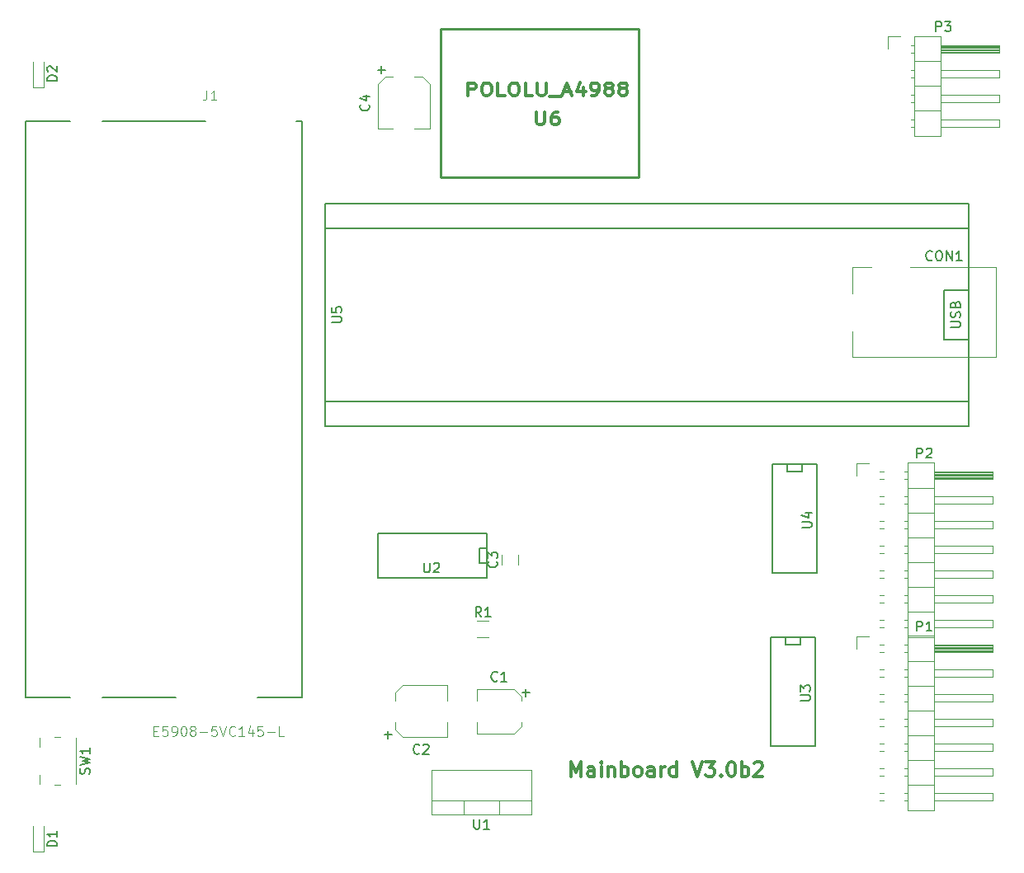
<source format=gto>
G04 #@! TF.FileFunction,Legend,Top*
%FSLAX46Y46*%
G04 Gerber Fmt 4.6, Leading zero omitted, Abs format (unit mm)*
G04 Created by KiCad (PCBNEW 4.0.6) date 11/13/18 16:30:56*
%MOMM*%
%LPD*%
G01*
G04 APERTURE LIST*
%ADD10C,0.100000*%
%ADD11C,0.300000*%
%ADD12C,0.150000*%
%ADD13C,0.120000*%
%ADD14C,0.254000*%
%ADD15C,0.200000*%
%ADD16C,0.304800*%
%ADD17C,0.050000*%
G04 APERTURE END LIST*
D10*
D11*
X161214286Y-117678571D02*
X161214286Y-116178571D01*
X161714286Y-117250000D01*
X162214286Y-116178571D01*
X162214286Y-117678571D01*
X163571429Y-117678571D02*
X163571429Y-116892857D01*
X163500000Y-116750000D01*
X163357143Y-116678571D01*
X163071429Y-116678571D01*
X162928572Y-116750000D01*
X163571429Y-117607143D02*
X163428572Y-117678571D01*
X163071429Y-117678571D01*
X162928572Y-117607143D01*
X162857143Y-117464286D01*
X162857143Y-117321429D01*
X162928572Y-117178571D01*
X163071429Y-117107143D01*
X163428572Y-117107143D01*
X163571429Y-117035714D01*
X164285715Y-117678571D02*
X164285715Y-116678571D01*
X164285715Y-116178571D02*
X164214286Y-116250000D01*
X164285715Y-116321429D01*
X164357143Y-116250000D01*
X164285715Y-116178571D01*
X164285715Y-116321429D01*
X165000001Y-116678571D02*
X165000001Y-117678571D01*
X165000001Y-116821429D02*
X165071429Y-116750000D01*
X165214287Y-116678571D01*
X165428572Y-116678571D01*
X165571429Y-116750000D01*
X165642858Y-116892857D01*
X165642858Y-117678571D01*
X166357144Y-117678571D02*
X166357144Y-116178571D01*
X166357144Y-116750000D02*
X166500001Y-116678571D01*
X166785715Y-116678571D01*
X166928572Y-116750000D01*
X167000001Y-116821429D01*
X167071430Y-116964286D01*
X167071430Y-117392857D01*
X167000001Y-117535714D01*
X166928572Y-117607143D01*
X166785715Y-117678571D01*
X166500001Y-117678571D01*
X166357144Y-117607143D01*
X167928573Y-117678571D02*
X167785715Y-117607143D01*
X167714287Y-117535714D01*
X167642858Y-117392857D01*
X167642858Y-116964286D01*
X167714287Y-116821429D01*
X167785715Y-116750000D01*
X167928573Y-116678571D01*
X168142858Y-116678571D01*
X168285715Y-116750000D01*
X168357144Y-116821429D01*
X168428573Y-116964286D01*
X168428573Y-117392857D01*
X168357144Y-117535714D01*
X168285715Y-117607143D01*
X168142858Y-117678571D01*
X167928573Y-117678571D01*
X169714287Y-117678571D02*
X169714287Y-116892857D01*
X169642858Y-116750000D01*
X169500001Y-116678571D01*
X169214287Y-116678571D01*
X169071430Y-116750000D01*
X169714287Y-117607143D02*
X169571430Y-117678571D01*
X169214287Y-117678571D01*
X169071430Y-117607143D01*
X169000001Y-117464286D01*
X169000001Y-117321429D01*
X169071430Y-117178571D01*
X169214287Y-117107143D01*
X169571430Y-117107143D01*
X169714287Y-117035714D01*
X170428573Y-117678571D02*
X170428573Y-116678571D01*
X170428573Y-116964286D02*
X170500001Y-116821429D01*
X170571430Y-116750000D01*
X170714287Y-116678571D01*
X170857144Y-116678571D01*
X172000001Y-117678571D02*
X172000001Y-116178571D01*
X172000001Y-117607143D02*
X171857144Y-117678571D01*
X171571430Y-117678571D01*
X171428572Y-117607143D01*
X171357144Y-117535714D01*
X171285715Y-117392857D01*
X171285715Y-116964286D01*
X171357144Y-116821429D01*
X171428572Y-116750000D01*
X171571430Y-116678571D01*
X171857144Y-116678571D01*
X172000001Y-116750000D01*
X173642858Y-116178571D02*
X174142858Y-117678571D01*
X174642858Y-116178571D01*
X175000001Y-116178571D02*
X175928572Y-116178571D01*
X175428572Y-116750000D01*
X175642858Y-116750000D01*
X175785715Y-116821429D01*
X175857144Y-116892857D01*
X175928572Y-117035714D01*
X175928572Y-117392857D01*
X175857144Y-117535714D01*
X175785715Y-117607143D01*
X175642858Y-117678571D01*
X175214286Y-117678571D01*
X175071429Y-117607143D01*
X175000001Y-117535714D01*
X176571429Y-117535714D02*
X176642857Y-117607143D01*
X176571429Y-117678571D01*
X176500000Y-117607143D01*
X176571429Y-117535714D01*
X176571429Y-117678571D01*
X177571429Y-116178571D02*
X177714286Y-116178571D01*
X177857143Y-116250000D01*
X177928572Y-116321429D01*
X178000001Y-116464286D01*
X178071429Y-116750000D01*
X178071429Y-117107143D01*
X178000001Y-117392857D01*
X177928572Y-117535714D01*
X177857143Y-117607143D01*
X177714286Y-117678571D01*
X177571429Y-117678571D01*
X177428572Y-117607143D01*
X177357143Y-117535714D01*
X177285715Y-117392857D01*
X177214286Y-117107143D01*
X177214286Y-116750000D01*
X177285715Y-116464286D01*
X177357143Y-116321429D01*
X177428572Y-116250000D01*
X177571429Y-116178571D01*
X178714286Y-117678571D02*
X178714286Y-116178571D01*
X178714286Y-116750000D02*
X178857143Y-116678571D01*
X179142857Y-116678571D01*
X179285714Y-116750000D01*
X179357143Y-116821429D01*
X179428572Y-116964286D01*
X179428572Y-117392857D01*
X179357143Y-117535714D01*
X179285714Y-117607143D01*
X179142857Y-117678571D01*
X178857143Y-117678571D01*
X178714286Y-117607143D01*
X180000000Y-116321429D02*
X180071429Y-116250000D01*
X180214286Y-116178571D01*
X180571429Y-116178571D01*
X180714286Y-116250000D01*
X180785715Y-116321429D01*
X180857143Y-116464286D01*
X180857143Y-116607143D01*
X180785715Y-116821429D01*
X179928572Y-117678571D01*
X180857143Y-117678571D01*
D12*
X184762000Y-103412000D02*
X184762000Y-104174000D01*
X184762000Y-104174000D02*
X183238000Y-104174000D01*
X183238000Y-104174000D02*
X183238000Y-103412000D01*
X186286000Y-114588000D02*
X181714000Y-114588000D01*
X181714000Y-114588000D02*
X181714000Y-103412000D01*
X181714000Y-103412000D02*
X186286000Y-103412000D01*
X186286000Y-103412000D02*
X186286000Y-114588000D01*
D13*
X156090000Y-112520000D02*
X156090000Y-112120000D01*
X151510000Y-113290000D02*
X151510000Y-112120000D01*
X151510000Y-108710000D02*
X151510000Y-109880000D01*
X156090000Y-109480000D02*
X156090000Y-109880000D01*
X155320000Y-108710000D02*
X151510000Y-108710000D01*
X155320000Y-108710000D02*
X156090000Y-109480000D01*
X155320000Y-113290000D02*
X151510000Y-113290000D01*
X155320000Y-113290000D02*
X156090000Y-112520000D01*
D14*
X147840000Y-40880000D02*
X168160000Y-40880000D01*
X168160000Y-40880000D02*
X168160000Y-56120000D01*
X168160000Y-56120000D02*
X147840000Y-56120000D01*
X147840000Y-56120000D02*
X147840000Y-40880000D01*
D13*
X157120000Y-121620000D02*
X146880000Y-121620000D01*
X157120000Y-116979000D02*
X146880000Y-116979000D01*
X157120000Y-121620000D02*
X157120000Y-116979000D01*
X146880000Y-121620000D02*
X146880000Y-116979000D01*
X157120000Y-120110000D02*
X146880000Y-120110000D01*
X153850000Y-121620000D02*
X153850000Y-120110000D01*
X150149000Y-121620000D02*
X150149000Y-120110000D01*
X148470000Y-108310000D02*
X148470000Y-109860000D01*
X148470000Y-113640000D02*
X148470000Y-112090000D01*
X143130000Y-112880000D02*
X143130000Y-112090000D01*
X143130000Y-109070000D02*
X143130000Y-109860000D01*
X148470000Y-108310000D02*
X143890000Y-108310000D01*
X143890000Y-108310000D02*
X143130000Y-109070000D01*
X143130000Y-112880000D02*
X143890000Y-113640000D01*
X143890000Y-113640000D02*
X148470000Y-113640000D01*
X146690000Y-51170000D02*
X145140000Y-51170000D01*
X141360000Y-51170000D02*
X142910000Y-51170000D01*
X142120000Y-45830000D02*
X142910000Y-45830000D01*
X145930000Y-45830000D02*
X145140000Y-45830000D01*
X146690000Y-51170000D02*
X146690000Y-46590000D01*
X146690000Y-46590000D02*
X145930000Y-45830000D01*
X142120000Y-45830000D02*
X141360000Y-46590000D01*
X141360000Y-46590000D02*
X141360000Y-51170000D01*
D15*
X133550000Y-50410000D02*
X133550000Y-109590000D01*
X105200000Y-109590000D02*
X105200000Y-50410000D01*
X123700000Y-50410000D02*
X113100000Y-50410000D01*
X120600000Y-109590000D02*
X113100000Y-109590000D01*
X105200000Y-50410000D02*
X109800000Y-50410000D01*
X105200000Y-109590000D02*
X109800000Y-109590000D01*
X133550000Y-109590000D02*
X129000000Y-109590000D01*
X133550000Y-50410000D02*
X133000000Y-50410000D01*
D12*
X152588000Y-95762000D02*
X151826000Y-95762000D01*
X151826000Y-95762000D02*
X151826000Y-94238000D01*
X151826000Y-94238000D02*
X152588000Y-94238000D01*
X141412000Y-97286000D02*
X141412000Y-92714000D01*
X141412000Y-92714000D02*
X152588000Y-92714000D01*
X152588000Y-92714000D02*
X152588000Y-97286000D01*
X152588000Y-97286000D02*
X141412000Y-97286000D01*
X184912000Y-85637000D02*
X184912000Y-86399000D01*
X184912000Y-86399000D02*
X183388000Y-86399000D01*
X183388000Y-86399000D02*
X183388000Y-85637000D01*
X186436000Y-96813000D02*
X181864000Y-96813000D01*
X181864000Y-96813000D02*
X181864000Y-85637000D01*
X181864000Y-85637000D02*
X186436000Y-85637000D01*
X186436000Y-85637000D02*
X186436000Y-96813000D01*
X201970000Y-79160000D02*
X201970000Y-61380000D01*
X135930000Y-79160000D02*
X135930000Y-61380000D01*
X201970000Y-67730000D02*
X199430000Y-67730000D01*
X199430000Y-67730000D02*
X199430000Y-72810000D01*
X199430000Y-72810000D02*
X201970000Y-72810000D01*
X135930000Y-61380000D02*
X201970000Y-61380000D01*
X201970000Y-61380000D02*
X201970000Y-58840000D01*
X201970000Y-58840000D02*
X135930000Y-58840000D01*
X135930000Y-58840000D02*
X135930000Y-61380000D01*
X135930000Y-81700000D02*
X201970000Y-81700000D01*
X201970000Y-81700000D02*
X201970000Y-79160000D01*
X201970000Y-79160000D02*
X135930000Y-79160000D01*
X135930000Y-79160000D02*
X135930000Y-81700000D01*
D13*
X196000000Y-65400000D02*
X204800000Y-65400000D01*
X204800000Y-65400000D02*
X204800000Y-74600000D01*
X190100000Y-68100000D02*
X190100000Y-65400000D01*
X190100000Y-65400000D02*
X192000000Y-65400000D01*
X204800000Y-74600000D02*
X190100000Y-74600000D01*
X190100000Y-74600000D02*
X190100000Y-72000000D01*
X154104000Y-94938000D02*
X154104000Y-95938000D01*
X155804000Y-95938000D02*
X155804000Y-94938000D01*
X152760000Y-103410000D02*
X151560000Y-103410000D01*
X151560000Y-101650000D02*
X152760000Y-101650000D01*
X195750000Y-103230000D02*
X195750000Y-121130000D01*
X195750000Y-121130000D02*
X198410000Y-121130000D01*
X198410000Y-121130000D02*
X198410000Y-103230000D01*
X198410000Y-103230000D02*
X195750000Y-103230000D01*
X198410000Y-104180000D02*
X204410000Y-104180000D01*
X204410000Y-104180000D02*
X204410000Y-104940000D01*
X204410000Y-104940000D02*
X198410000Y-104940000D01*
X198410000Y-104240000D02*
X204410000Y-104240000D01*
X198410000Y-104360000D02*
X204410000Y-104360000D01*
X198410000Y-104480000D02*
X204410000Y-104480000D01*
X198410000Y-104600000D02*
X204410000Y-104600000D01*
X198410000Y-104720000D02*
X204410000Y-104720000D01*
X198410000Y-104840000D02*
X204410000Y-104840000D01*
X195352929Y-104180000D02*
X195750000Y-104180000D01*
X195352929Y-104940000D02*
X195750000Y-104940000D01*
X192880000Y-104180000D02*
X193267071Y-104180000D01*
X192880000Y-104940000D02*
X193267071Y-104940000D01*
X195750000Y-105830000D02*
X198410000Y-105830000D01*
X198410000Y-106720000D02*
X204410000Y-106720000D01*
X204410000Y-106720000D02*
X204410000Y-107480000D01*
X204410000Y-107480000D02*
X198410000Y-107480000D01*
X195352929Y-106720000D02*
X195750000Y-106720000D01*
X195352929Y-107480000D02*
X195750000Y-107480000D01*
X192812929Y-106720000D02*
X193267071Y-106720000D01*
X192812929Y-107480000D02*
X193267071Y-107480000D01*
X195750000Y-108370000D02*
X198410000Y-108370000D01*
X198410000Y-109260000D02*
X204410000Y-109260000D01*
X204410000Y-109260000D02*
X204410000Y-110020000D01*
X204410000Y-110020000D02*
X198410000Y-110020000D01*
X195352929Y-109260000D02*
X195750000Y-109260000D01*
X195352929Y-110020000D02*
X195750000Y-110020000D01*
X192812929Y-109260000D02*
X193267071Y-109260000D01*
X192812929Y-110020000D02*
X193267071Y-110020000D01*
X195750000Y-110910000D02*
X198410000Y-110910000D01*
X198410000Y-111800000D02*
X204410000Y-111800000D01*
X204410000Y-111800000D02*
X204410000Y-112560000D01*
X204410000Y-112560000D02*
X198410000Y-112560000D01*
X195352929Y-111800000D02*
X195750000Y-111800000D01*
X195352929Y-112560000D02*
X195750000Y-112560000D01*
X192812929Y-111800000D02*
X193267071Y-111800000D01*
X192812929Y-112560000D02*
X193267071Y-112560000D01*
X195750000Y-113450000D02*
X198410000Y-113450000D01*
X198410000Y-114340000D02*
X204410000Y-114340000D01*
X204410000Y-114340000D02*
X204410000Y-115100000D01*
X204410000Y-115100000D02*
X198410000Y-115100000D01*
X195352929Y-114340000D02*
X195750000Y-114340000D01*
X195352929Y-115100000D02*
X195750000Y-115100000D01*
X192812929Y-114340000D02*
X193267071Y-114340000D01*
X192812929Y-115100000D02*
X193267071Y-115100000D01*
X195750000Y-115990000D02*
X198410000Y-115990000D01*
X198410000Y-116880000D02*
X204410000Y-116880000D01*
X204410000Y-116880000D02*
X204410000Y-117640000D01*
X204410000Y-117640000D02*
X198410000Y-117640000D01*
X195352929Y-116880000D02*
X195750000Y-116880000D01*
X195352929Y-117640000D02*
X195750000Y-117640000D01*
X192812929Y-116880000D02*
X193267071Y-116880000D01*
X192812929Y-117640000D02*
X193267071Y-117640000D01*
X195750000Y-118530000D02*
X198410000Y-118530000D01*
X198410000Y-119420000D02*
X204410000Y-119420000D01*
X204410000Y-119420000D02*
X204410000Y-120180000D01*
X204410000Y-120180000D02*
X198410000Y-120180000D01*
X195352929Y-119420000D02*
X195750000Y-119420000D01*
X195352929Y-120180000D02*
X195750000Y-120180000D01*
X192812929Y-119420000D02*
X193267071Y-119420000D01*
X192812929Y-120180000D02*
X193267071Y-120180000D01*
X190500000Y-104560000D02*
X190500000Y-103290000D01*
X190500000Y-103290000D02*
X191770000Y-103290000D01*
X195750000Y-85450000D02*
X195750000Y-103350000D01*
X195750000Y-103350000D02*
X198410000Y-103350000D01*
X198410000Y-103350000D02*
X198410000Y-85450000D01*
X198410000Y-85450000D02*
X195750000Y-85450000D01*
X198410000Y-86400000D02*
X204410000Y-86400000D01*
X204410000Y-86400000D02*
X204410000Y-87160000D01*
X204410000Y-87160000D02*
X198410000Y-87160000D01*
X198410000Y-86460000D02*
X204410000Y-86460000D01*
X198410000Y-86580000D02*
X204410000Y-86580000D01*
X198410000Y-86700000D02*
X204410000Y-86700000D01*
X198410000Y-86820000D02*
X204410000Y-86820000D01*
X198410000Y-86940000D02*
X204410000Y-86940000D01*
X198410000Y-87060000D02*
X204410000Y-87060000D01*
X195352929Y-86400000D02*
X195750000Y-86400000D01*
X195352929Y-87160000D02*
X195750000Y-87160000D01*
X192880000Y-86400000D02*
X193267071Y-86400000D01*
X192880000Y-87160000D02*
X193267071Y-87160000D01*
X195750000Y-88050000D02*
X198410000Y-88050000D01*
X198410000Y-88940000D02*
X204410000Y-88940000D01*
X204410000Y-88940000D02*
X204410000Y-89700000D01*
X204410000Y-89700000D02*
X198410000Y-89700000D01*
X195352929Y-88940000D02*
X195750000Y-88940000D01*
X195352929Y-89700000D02*
X195750000Y-89700000D01*
X192812929Y-88940000D02*
X193267071Y-88940000D01*
X192812929Y-89700000D02*
X193267071Y-89700000D01*
X195750000Y-90590000D02*
X198410000Y-90590000D01*
X198410000Y-91480000D02*
X204410000Y-91480000D01*
X204410000Y-91480000D02*
X204410000Y-92240000D01*
X204410000Y-92240000D02*
X198410000Y-92240000D01*
X195352929Y-91480000D02*
X195750000Y-91480000D01*
X195352929Y-92240000D02*
X195750000Y-92240000D01*
X192812929Y-91480000D02*
X193267071Y-91480000D01*
X192812929Y-92240000D02*
X193267071Y-92240000D01*
X195750000Y-93130000D02*
X198410000Y-93130000D01*
X198410000Y-94020000D02*
X204410000Y-94020000D01*
X204410000Y-94020000D02*
X204410000Y-94780000D01*
X204410000Y-94780000D02*
X198410000Y-94780000D01*
X195352929Y-94020000D02*
X195750000Y-94020000D01*
X195352929Y-94780000D02*
X195750000Y-94780000D01*
X192812929Y-94020000D02*
X193267071Y-94020000D01*
X192812929Y-94780000D02*
X193267071Y-94780000D01*
X195750000Y-95670000D02*
X198410000Y-95670000D01*
X198410000Y-96560000D02*
X204410000Y-96560000D01*
X204410000Y-96560000D02*
X204410000Y-97320000D01*
X204410000Y-97320000D02*
X198410000Y-97320000D01*
X195352929Y-96560000D02*
X195750000Y-96560000D01*
X195352929Y-97320000D02*
X195750000Y-97320000D01*
X192812929Y-96560000D02*
X193267071Y-96560000D01*
X192812929Y-97320000D02*
X193267071Y-97320000D01*
X195750000Y-98210000D02*
X198410000Y-98210000D01*
X198410000Y-99100000D02*
X204410000Y-99100000D01*
X204410000Y-99100000D02*
X204410000Y-99860000D01*
X204410000Y-99860000D02*
X198410000Y-99860000D01*
X195352929Y-99100000D02*
X195750000Y-99100000D01*
X195352929Y-99860000D02*
X195750000Y-99860000D01*
X192812929Y-99100000D02*
X193267071Y-99100000D01*
X192812929Y-99860000D02*
X193267071Y-99860000D01*
X195750000Y-100750000D02*
X198410000Y-100750000D01*
X198410000Y-101640000D02*
X204410000Y-101640000D01*
X204410000Y-101640000D02*
X204410000Y-102400000D01*
X204410000Y-102400000D02*
X198410000Y-102400000D01*
X195352929Y-101640000D02*
X195750000Y-101640000D01*
X195352929Y-102400000D02*
X195750000Y-102400000D01*
X192812929Y-101640000D02*
X193267071Y-101640000D01*
X192812929Y-102400000D02*
X193267071Y-102400000D01*
X190500000Y-86780000D02*
X190500000Y-85510000D01*
X190500000Y-85510000D02*
X191770000Y-85510000D01*
X196440000Y-41630000D02*
X196440000Y-51910000D01*
X196440000Y-51910000D02*
X199100000Y-51910000D01*
X199100000Y-51910000D02*
X199100000Y-41630000D01*
X199100000Y-41630000D02*
X196440000Y-41630000D01*
X199100000Y-42580000D02*
X205100000Y-42580000D01*
X205100000Y-42580000D02*
X205100000Y-43340000D01*
X205100000Y-43340000D02*
X199100000Y-43340000D01*
X199100000Y-42640000D02*
X205100000Y-42640000D01*
X199100000Y-42760000D02*
X205100000Y-42760000D01*
X199100000Y-42880000D02*
X205100000Y-42880000D01*
X199100000Y-43000000D02*
X205100000Y-43000000D01*
X199100000Y-43120000D02*
X205100000Y-43120000D01*
X199100000Y-43240000D02*
X205100000Y-43240000D01*
X196110000Y-42580000D02*
X196440000Y-42580000D01*
X196110000Y-43340000D02*
X196440000Y-43340000D01*
X196440000Y-44230000D02*
X199100000Y-44230000D01*
X199100000Y-45120000D02*
X205100000Y-45120000D01*
X205100000Y-45120000D02*
X205100000Y-45880000D01*
X205100000Y-45880000D02*
X199100000Y-45880000D01*
X196042929Y-45120000D02*
X196440000Y-45120000D01*
X196042929Y-45880000D02*
X196440000Y-45880000D01*
X196440000Y-46770000D02*
X199100000Y-46770000D01*
X199100000Y-47660000D02*
X205100000Y-47660000D01*
X205100000Y-47660000D02*
X205100000Y-48420000D01*
X205100000Y-48420000D02*
X199100000Y-48420000D01*
X196042929Y-47660000D02*
X196440000Y-47660000D01*
X196042929Y-48420000D02*
X196440000Y-48420000D01*
X196440000Y-49310000D02*
X199100000Y-49310000D01*
X199100000Y-50200000D02*
X205100000Y-50200000D01*
X205100000Y-50200000D02*
X205100000Y-50960000D01*
X205100000Y-50960000D02*
X199100000Y-50960000D01*
X196042929Y-50200000D02*
X196440000Y-50200000D01*
X196042929Y-50960000D02*
X196440000Y-50960000D01*
X193730000Y-42960000D02*
X193730000Y-41690000D01*
X193730000Y-41690000D02*
X195000000Y-41690000D01*
X105950000Y-125400000D02*
X107050000Y-125400000D01*
X107050000Y-125400000D02*
X107050000Y-122800000D01*
X105950000Y-125400000D02*
X105950000Y-122800000D01*
X105950000Y-46900000D02*
X107050000Y-46900000D01*
X107050000Y-46900000D02*
X107050000Y-44300000D01*
X105950000Y-46900000D02*
X105950000Y-44300000D01*
X106650000Y-113725000D02*
X106650000Y-114650000D01*
X110350000Y-113725000D02*
X110350000Y-118425000D01*
X108775000Y-118525000D02*
X108225000Y-118525000D01*
X108775000Y-113625000D02*
X108225000Y-113625000D01*
X106650000Y-117500000D02*
X106650000Y-118425000D01*
D12*
X184722381Y-109888905D02*
X185531905Y-109888905D01*
X185627143Y-109841286D01*
X185674762Y-109793667D01*
X185722381Y-109698429D01*
X185722381Y-109507952D01*
X185674762Y-109412714D01*
X185627143Y-109365095D01*
X185531905Y-109317476D01*
X184722381Y-109317476D01*
X184722381Y-108936524D02*
X184722381Y-108317476D01*
X185103333Y-108650810D01*
X185103333Y-108507952D01*
X185150952Y-108412714D01*
X185198571Y-108365095D01*
X185293810Y-108317476D01*
X185531905Y-108317476D01*
X185627143Y-108365095D01*
X185674762Y-108412714D01*
X185722381Y-108507952D01*
X185722381Y-108793667D01*
X185674762Y-108888905D01*
X185627143Y-108936524D01*
X153633334Y-107817143D02*
X153585715Y-107864762D01*
X153442858Y-107912381D01*
X153347620Y-107912381D01*
X153204762Y-107864762D01*
X153109524Y-107769524D01*
X153061905Y-107674286D01*
X153014286Y-107483810D01*
X153014286Y-107340952D01*
X153061905Y-107150476D01*
X153109524Y-107055238D01*
X153204762Y-106960000D01*
X153347620Y-106912381D01*
X153442858Y-106912381D01*
X153585715Y-106960000D01*
X153633334Y-107007619D01*
X154585715Y-107912381D02*
X154014286Y-107912381D01*
X154300000Y-107912381D02*
X154300000Y-106912381D01*
X154204762Y-107055238D01*
X154109524Y-107150476D01*
X154014286Y-107198095D01*
X156189048Y-109061429D02*
X156950953Y-109061429D01*
X156570001Y-109442381D02*
X156570001Y-108680476D01*
D16*
X157608857Y-49454524D02*
X157608857Y-50482619D01*
X157681429Y-50603571D01*
X157754000Y-50664048D01*
X157899143Y-50724524D01*
X158189429Y-50724524D01*
X158334571Y-50664048D01*
X158407143Y-50603571D01*
X158479714Y-50482619D01*
X158479714Y-49454524D01*
X159858571Y-49454524D02*
X159568285Y-49454524D01*
X159423142Y-49515000D01*
X159350571Y-49575476D01*
X159205428Y-49756905D01*
X159132857Y-49998810D01*
X159132857Y-50482619D01*
X159205428Y-50603571D01*
X159278000Y-50664048D01*
X159423142Y-50724524D01*
X159713428Y-50724524D01*
X159858571Y-50664048D01*
X159931142Y-50603571D01*
X160003714Y-50482619D01*
X160003714Y-50180238D01*
X159931142Y-50059286D01*
X159858571Y-49998810D01*
X159713428Y-49938333D01*
X159423142Y-49938333D01*
X159278000Y-49998810D01*
X159205428Y-50059286D01*
X159132857Y-50180238D01*
X150565714Y-47724524D02*
X150565714Y-46454524D01*
X151146286Y-46454524D01*
X151291428Y-46515000D01*
X151364000Y-46575476D01*
X151436571Y-46696429D01*
X151436571Y-46877857D01*
X151364000Y-46998810D01*
X151291428Y-47059286D01*
X151146286Y-47119762D01*
X150565714Y-47119762D01*
X152380000Y-46454524D02*
X152670286Y-46454524D01*
X152815428Y-46515000D01*
X152960571Y-46635952D01*
X153033143Y-46877857D01*
X153033143Y-47301190D01*
X152960571Y-47543095D01*
X152815428Y-47664048D01*
X152670286Y-47724524D01*
X152380000Y-47724524D01*
X152234857Y-47664048D01*
X152089714Y-47543095D01*
X152017143Y-47301190D01*
X152017143Y-46877857D01*
X152089714Y-46635952D01*
X152234857Y-46515000D01*
X152380000Y-46454524D01*
X154411999Y-47724524D02*
X153686285Y-47724524D01*
X153686285Y-46454524D01*
X155210285Y-46454524D02*
X155500571Y-46454524D01*
X155645713Y-46515000D01*
X155790856Y-46635952D01*
X155863428Y-46877857D01*
X155863428Y-47301190D01*
X155790856Y-47543095D01*
X155645713Y-47664048D01*
X155500571Y-47724524D01*
X155210285Y-47724524D01*
X155065142Y-47664048D01*
X154919999Y-47543095D01*
X154847428Y-47301190D01*
X154847428Y-46877857D01*
X154919999Y-46635952D01*
X155065142Y-46515000D01*
X155210285Y-46454524D01*
X157242284Y-47724524D02*
X156516570Y-47724524D01*
X156516570Y-46454524D01*
X157750284Y-46454524D02*
X157750284Y-47482619D01*
X157822856Y-47603571D01*
X157895427Y-47664048D01*
X158040570Y-47724524D01*
X158330856Y-47724524D01*
X158475998Y-47664048D01*
X158548570Y-47603571D01*
X158621141Y-47482619D01*
X158621141Y-46454524D01*
X158983998Y-47845476D02*
X160145141Y-47845476D01*
X160435427Y-47361667D02*
X161161141Y-47361667D01*
X160290284Y-47724524D02*
X160798284Y-46454524D01*
X161306284Y-47724524D01*
X162467427Y-46877857D02*
X162467427Y-47724524D01*
X162104570Y-46394048D02*
X161741713Y-47301190D01*
X162685141Y-47301190D01*
X163338285Y-47724524D02*
X163628570Y-47724524D01*
X163773713Y-47664048D01*
X163846285Y-47603571D01*
X163991427Y-47422143D01*
X164063999Y-47180238D01*
X164063999Y-46696429D01*
X163991427Y-46575476D01*
X163918856Y-46515000D01*
X163773713Y-46454524D01*
X163483427Y-46454524D01*
X163338285Y-46515000D01*
X163265713Y-46575476D01*
X163193142Y-46696429D01*
X163193142Y-46998810D01*
X163265713Y-47119762D01*
X163338285Y-47180238D01*
X163483427Y-47240714D01*
X163773713Y-47240714D01*
X163918856Y-47180238D01*
X163991427Y-47119762D01*
X164063999Y-46998810D01*
X164934856Y-46998810D02*
X164789714Y-46938333D01*
X164717142Y-46877857D01*
X164644571Y-46756905D01*
X164644571Y-46696429D01*
X164717142Y-46575476D01*
X164789714Y-46515000D01*
X164934856Y-46454524D01*
X165225142Y-46454524D01*
X165370285Y-46515000D01*
X165442856Y-46575476D01*
X165515428Y-46696429D01*
X165515428Y-46756905D01*
X165442856Y-46877857D01*
X165370285Y-46938333D01*
X165225142Y-46998810D01*
X164934856Y-46998810D01*
X164789714Y-47059286D01*
X164717142Y-47119762D01*
X164644571Y-47240714D01*
X164644571Y-47482619D01*
X164717142Y-47603571D01*
X164789714Y-47664048D01*
X164934856Y-47724524D01*
X165225142Y-47724524D01*
X165370285Y-47664048D01*
X165442856Y-47603571D01*
X165515428Y-47482619D01*
X165515428Y-47240714D01*
X165442856Y-47119762D01*
X165370285Y-47059286D01*
X165225142Y-46998810D01*
X166386285Y-46998810D02*
X166241143Y-46938333D01*
X166168571Y-46877857D01*
X166096000Y-46756905D01*
X166096000Y-46696429D01*
X166168571Y-46575476D01*
X166241143Y-46515000D01*
X166386285Y-46454524D01*
X166676571Y-46454524D01*
X166821714Y-46515000D01*
X166894285Y-46575476D01*
X166966857Y-46696429D01*
X166966857Y-46756905D01*
X166894285Y-46877857D01*
X166821714Y-46938333D01*
X166676571Y-46998810D01*
X166386285Y-46998810D01*
X166241143Y-47059286D01*
X166168571Y-47119762D01*
X166096000Y-47240714D01*
X166096000Y-47482619D01*
X166168571Y-47603571D01*
X166241143Y-47664048D01*
X166386285Y-47724524D01*
X166676571Y-47724524D01*
X166821714Y-47664048D01*
X166894285Y-47603571D01*
X166966857Y-47482619D01*
X166966857Y-47240714D01*
X166894285Y-47119762D01*
X166821714Y-47059286D01*
X166676571Y-46998810D01*
D12*
X151238095Y-122072381D02*
X151238095Y-122881905D01*
X151285714Y-122977143D01*
X151333333Y-123024762D01*
X151428571Y-123072381D01*
X151619048Y-123072381D01*
X151714286Y-123024762D01*
X151761905Y-122977143D01*
X151809524Y-122881905D01*
X151809524Y-122072381D01*
X152809524Y-123072381D02*
X152238095Y-123072381D01*
X152523809Y-123072381D02*
X152523809Y-122072381D01*
X152428571Y-122215238D01*
X152333333Y-122310476D01*
X152238095Y-122358095D01*
X145633334Y-115277143D02*
X145585715Y-115324762D01*
X145442858Y-115372381D01*
X145347620Y-115372381D01*
X145204762Y-115324762D01*
X145109524Y-115229524D01*
X145061905Y-115134286D01*
X145014286Y-114943810D01*
X145014286Y-114800952D01*
X145061905Y-114610476D01*
X145109524Y-114515238D01*
X145204762Y-114420000D01*
X145347620Y-114372381D01*
X145442858Y-114372381D01*
X145585715Y-114420000D01*
X145633334Y-114467619D01*
X146014286Y-114467619D02*
X146061905Y-114420000D01*
X146157143Y-114372381D01*
X146395239Y-114372381D01*
X146490477Y-114420000D01*
X146538096Y-114467619D01*
X146585715Y-114562857D01*
X146585715Y-114658095D01*
X146538096Y-114800952D01*
X145966667Y-115372381D01*
X146585715Y-115372381D01*
X142039048Y-113411429D02*
X142800953Y-113411429D01*
X142420001Y-113792381D02*
X142420001Y-113030476D01*
X140437143Y-48666666D02*
X140484762Y-48714285D01*
X140532381Y-48857142D01*
X140532381Y-48952380D01*
X140484762Y-49095238D01*
X140389524Y-49190476D01*
X140294286Y-49238095D01*
X140103810Y-49285714D01*
X139960952Y-49285714D01*
X139770476Y-49238095D01*
X139675238Y-49190476D01*
X139580000Y-49095238D01*
X139532381Y-48952380D01*
X139532381Y-48857142D01*
X139580000Y-48714285D01*
X139627619Y-48666666D01*
X139865714Y-47809523D02*
X140532381Y-47809523D01*
X139484762Y-48047619D02*
X140199048Y-48285714D01*
X140199048Y-47666666D01*
X141731429Y-45500952D02*
X141731429Y-44739047D01*
X142112381Y-45119999D02*
X141350476Y-45119999D01*
D17*
X123806667Y-47217381D02*
X123806667Y-47931667D01*
X123759047Y-48074524D01*
X123663809Y-48169762D01*
X123520952Y-48217381D01*
X123425714Y-48217381D01*
X124806667Y-48217381D02*
X124235238Y-48217381D01*
X124520952Y-48217381D02*
X124520952Y-47217381D01*
X124425714Y-47360238D01*
X124330476Y-47455476D01*
X124235238Y-47503095D01*
X118379762Y-112993571D02*
X118713096Y-112993571D01*
X118855953Y-113517381D02*
X118379762Y-113517381D01*
X118379762Y-112517381D01*
X118855953Y-112517381D01*
X119760715Y-112517381D02*
X119284524Y-112517381D01*
X119236905Y-112993571D01*
X119284524Y-112945952D01*
X119379762Y-112898333D01*
X119617858Y-112898333D01*
X119713096Y-112945952D01*
X119760715Y-112993571D01*
X119808334Y-113088810D01*
X119808334Y-113326905D01*
X119760715Y-113422143D01*
X119713096Y-113469762D01*
X119617858Y-113517381D01*
X119379762Y-113517381D01*
X119284524Y-113469762D01*
X119236905Y-113422143D01*
X120284524Y-113517381D02*
X120475000Y-113517381D01*
X120570239Y-113469762D01*
X120617858Y-113422143D01*
X120713096Y-113279286D01*
X120760715Y-113088810D01*
X120760715Y-112707857D01*
X120713096Y-112612619D01*
X120665477Y-112565000D01*
X120570239Y-112517381D01*
X120379762Y-112517381D01*
X120284524Y-112565000D01*
X120236905Y-112612619D01*
X120189286Y-112707857D01*
X120189286Y-112945952D01*
X120236905Y-113041190D01*
X120284524Y-113088810D01*
X120379762Y-113136429D01*
X120570239Y-113136429D01*
X120665477Y-113088810D01*
X120713096Y-113041190D01*
X120760715Y-112945952D01*
X121379762Y-112517381D02*
X121475001Y-112517381D01*
X121570239Y-112565000D01*
X121617858Y-112612619D01*
X121665477Y-112707857D01*
X121713096Y-112898333D01*
X121713096Y-113136429D01*
X121665477Y-113326905D01*
X121617858Y-113422143D01*
X121570239Y-113469762D01*
X121475001Y-113517381D01*
X121379762Y-113517381D01*
X121284524Y-113469762D01*
X121236905Y-113422143D01*
X121189286Y-113326905D01*
X121141667Y-113136429D01*
X121141667Y-112898333D01*
X121189286Y-112707857D01*
X121236905Y-112612619D01*
X121284524Y-112565000D01*
X121379762Y-112517381D01*
X122284524Y-112945952D02*
X122189286Y-112898333D01*
X122141667Y-112850714D01*
X122094048Y-112755476D01*
X122094048Y-112707857D01*
X122141667Y-112612619D01*
X122189286Y-112565000D01*
X122284524Y-112517381D01*
X122475001Y-112517381D01*
X122570239Y-112565000D01*
X122617858Y-112612619D01*
X122665477Y-112707857D01*
X122665477Y-112755476D01*
X122617858Y-112850714D01*
X122570239Y-112898333D01*
X122475001Y-112945952D01*
X122284524Y-112945952D01*
X122189286Y-112993571D01*
X122141667Y-113041190D01*
X122094048Y-113136429D01*
X122094048Y-113326905D01*
X122141667Y-113422143D01*
X122189286Y-113469762D01*
X122284524Y-113517381D01*
X122475001Y-113517381D01*
X122570239Y-113469762D01*
X122617858Y-113422143D01*
X122665477Y-113326905D01*
X122665477Y-113136429D01*
X122617858Y-113041190D01*
X122570239Y-112993571D01*
X122475001Y-112945952D01*
X123094048Y-113136429D02*
X123855953Y-113136429D01*
X124808334Y-112517381D02*
X124332143Y-112517381D01*
X124284524Y-112993571D01*
X124332143Y-112945952D01*
X124427381Y-112898333D01*
X124665477Y-112898333D01*
X124760715Y-112945952D01*
X124808334Y-112993571D01*
X124855953Y-113088810D01*
X124855953Y-113326905D01*
X124808334Y-113422143D01*
X124760715Y-113469762D01*
X124665477Y-113517381D01*
X124427381Y-113517381D01*
X124332143Y-113469762D01*
X124284524Y-113422143D01*
X125141667Y-112517381D02*
X125475000Y-113517381D01*
X125808334Y-112517381D01*
X126713096Y-113422143D02*
X126665477Y-113469762D01*
X126522620Y-113517381D01*
X126427382Y-113517381D01*
X126284524Y-113469762D01*
X126189286Y-113374524D01*
X126141667Y-113279286D01*
X126094048Y-113088810D01*
X126094048Y-112945952D01*
X126141667Y-112755476D01*
X126189286Y-112660238D01*
X126284524Y-112565000D01*
X126427382Y-112517381D01*
X126522620Y-112517381D01*
X126665477Y-112565000D01*
X126713096Y-112612619D01*
X127665477Y-113517381D02*
X127094048Y-113517381D01*
X127379762Y-113517381D02*
X127379762Y-112517381D01*
X127284524Y-112660238D01*
X127189286Y-112755476D01*
X127094048Y-112803095D01*
X128522620Y-112850714D02*
X128522620Y-113517381D01*
X128284524Y-112469762D02*
X128046429Y-113184048D01*
X128665477Y-113184048D01*
X129522620Y-112517381D02*
X129046429Y-112517381D01*
X128998810Y-112993571D01*
X129046429Y-112945952D01*
X129141667Y-112898333D01*
X129379763Y-112898333D01*
X129475001Y-112945952D01*
X129522620Y-112993571D01*
X129570239Y-113088810D01*
X129570239Y-113326905D01*
X129522620Y-113422143D01*
X129475001Y-113469762D01*
X129379763Y-113517381D01*
X129141667Y-113517381D01*
X129046429Y-113469762D01*
X128998810Y-113422143D01*
X129998810Y-113136429D02*
X130760715Y-113136429D01*
X131713096Y-113517381D02*
X131236905Y-113517381D01*
X131236905Y-112517381D01*
D12*
X146111095Y-95722381D02*
X146111095Y-96531905D01*
X146158714Y-96627143D01*
X146206333Y-96674762D01*
X146301571Y-96722381D01*
X146492048Y-96722381D01*
X146587286Y-96674762D01*
X146634905Y-96627143D01*
X146682524Y-96531905D01*
X146682524Y-95722381D01*
X147111095Y-95817619D02*
X147158714Y-95770000D01*
X147253952Y-95722381D01*
X147492048Y-95722381D01*
X147587286Y-95770000D01*
X147634905Y-95817619D01*
X147682524Y-95912857D01*
X147682524Y-96008095D01*
X147634905Y-96150952D01*
X147063476Y-96722381D01*
X147682524Y-96722381D01*
X184872381Y-92113905D02*
X185681905Y-92113905D01*
X185777143Y-92066286D01*
X185824762Y-92018667D01*
X185872381Y-91923429D01*
X185872381Y-91732952D01*
X185824762Y-91637714D01*
X185777143Y-91590095D01*
X185681905Y-91542476D01*
X184872381Y-91542476D01*
X185205714Y-90637714D02*
X185872381Y-90637714D01*
X184824762Y-90875810D02*
X185539048Y-91113905D01*
X185539048Y-90494857D01*
X136652381Y-71031905D02*
X137461905Y-71031905D01*
X137557143Y-70984286D01*
X137604762Y-70936667D01*
X137652381Y-70841429D01*
X137652381Y-70650952D01*
X137604762Y-70555714D01*
X137557143Y-70508095D01*
X137461905Y-70460476D01*
X136652381Y-70460476D01*
X136652381Y-69508095D02*
X136652381Y-69984286D01*
X137128571Y-70031905D01*
X137080952Y-69984286D01*
X137033333Y-69889048D01*
X137033333Y-69650952D01*
X137080952Y-69555714D01*
X137128571Y-69508095D01*
X137223810Y-69460476D01*
X137461905Y-69460476D01*
X137557143Y-69508095D01*
X137604762Y-69555714D01*
X137652381Y-69650952D01*
X137652381Y-69889048D01*
X137604762Y-69984286D01*
X137557143Y-70031905D01*
X200152381Y-71531905D02*
X200961905Y-71531905D01*
X201057143Y-71484286D01*
X201104762Y-71436667D01*
X201152381Y-71341429D01*
X201152381Y-71150952D01*
X201104762Y-71055714D01*
X201057143Y-71008095D01*
X200961905Y-70960476D01*
X200152381Y-70960476D01*
X201104762Y-70531905D02*
X201152381Y-70389048D01*
X201152381Y-70150952D01*
X201104762Y-70055714D01*
X201057143Y-70008095D01*
X200961905Y-69960476D01*
X200866667Y-69960476D01*
X200771429Y-70008095D01*
X200723810Y-70055714D01*
X200676190Y-70150952D01*
X200628571Y-70341429D01*
X200580952Y-70436667D01*
X200533333Y-70484286D01*
X200438095Y-70531905D01*
X200342857Y-70531905D01*
X200247619Y-70484286D01*
X200200000Y-70436667D01*
X200152381Y-70341429D01*
X200152381Y-70103333D01*
X200200000Y-69960476D01*
X200628571Y-69198571D02*
X200676190Y-69055714D01*
X200723810Y-69008095D01*
X200819048Y-68960476D01*
X200961905Y-68960476D01*
X201057143Y-69008095D01*
X201104762Y-69055714D01*
X201152381Y-69150952D01*
X201152381Y-69531905D01*
X200152381Y-69531905D01*
X200152381Y-69198571D01*
X200200000Y-69103333D01*
X200247619Y-69055714D01*
X200342857Y-69008095D01*
X200438095Y-69008095D01*
X200533333Y-69055714D01*
X200580952Y-69103333D01*
X200628571Y-69198571D01*
X200628571Y-69531905D01*
X198235715Y-64607143D02*
X198188096Y-64654762D01*
X198045239Y-64702381D01*
X197950001Y-64702381D01*
X197807143Y-64654762D01*
X197711905Y-64559524D01*
X197664286Y-64464286D01*
X197616667Y-64273810D01*
X197616667Y-64130952D01*
X197664286Y-63940476D01*
X197711905Y-63845238D01*
X197807143Y-63750000D01*
X197950001Y-63702381D01*
X198045239Y-63702381D01*
X198188096Y-63750000D01*
X198235715Y-63797619D01*
X198854762Y-63702381D02*
X199045239Y-63702381D01*
X199140477Y-63750000D01*
X199235715Y-63845238D01*
X199283334Y-64035714D01*
X199283334Y-64369048D01*
X199235715Y-64559524D01*
X199140477Y-64654762D01*
X199045239Y-64702381D01*
X198854762Y-64702381D01*
X198759524Y-64654762D01*
X198664286Y-64559524D01*
X198616667Y-64369048D01*
X198616667Y-64035714D01*
X198664286Y-63845238D01*
X198759524Y-63750000D01*
X198854762Y-63702381D01*
X199711905Y-64702381D02*
X199711905Y-63702381D01*
X200283334Y-64702381D01*
X200283334Y-63702381D01*
X201283334Y-64702381D02*
X200711905Y-64702381D01*
X200997619Y-64702381D02*
X200997619Y-63702381D01*
X200902381Y-63845238D01*
X200807143Y-63940476D01*
X200711905Y-63988095D01*
X153561143Y-95604666D02*
X153608762Y-95652285D01*
X153656381Y-95795142D01*
X153656381Y-95890380D01*
X153608762Y-96033238D01*
X153513524Y-96128476D01*
X153418286Y-96176095D01*
X153227810Y-96223714D01*
X153084952Y-96223714D01*
X152894476Y-96176095D01*
X152799238Y-96128476D01*
X152704000Y-96033238D01*
X152656381Y-95890380D01*
X152656381Y-95795142D01*
X152704000Y-95652285D01*
X152751619Y-95604666D01*
X152656381Y-95271333D02*
X152656381Y-94652285D01*
X153037333Y-94985619D01*
X153037333Y-94842761D01*
X153084952Y-94747523D01*
X153132571Y-94699904D01*
X153227810Y-94652285D01*
X153465905Y-94652285D01*
X153561143Y-94699904D01*
X153608762Y-94747523D01*
X153656381Y-94842761D01*
X153656381Y-95128476D01*
X153608762Y-95223714D01*
X153561143Y-95271333D01*
X151993334Y-101282381D02*
X151660000Y-100806190D01*
X151421905Y-101282381D02*
X151421905Y-100282381D01*
X151802858Y-100282381D01*
X151898096Y-100330000D01*
X151945715Y-100377619D01*
X151993334Y-100472857D01*
X151993334Y-100615714D01*
X151945715Y-100710952D01*
X151898096Y-100758571D01*
X151802858Y-100806190D01*
X151421905Y-100806190D01*
X152945715Y-101282381D02*
X152374286Y-101282381D01*
X152660000Y-101282381D02*
X152660000Y-100282381D01*
X152564762Y-100425238D01*
X152469524Y-100520476D01*
X152374286Y-100568095D01*
X196686905Y-102742381D02*
X196686905Y-101742381D01*
X197067858Y-101742381D01*
X197163096Y-101790000D01*
X197210715Y-101837619D01*
X197258334Y-101932857D01*
X197258334Y-102075714D01*
X197210715Y-102170952D01*
X197163096Y-102218571D01*
X197067858Y-102266190D01*
X196686905Y-102266190D01*
X198210715Y-102742381D02*
X197639286Y-102742381D01*
X197925000Y-102742381D02*
X197925000Y-101742381D01*
X197829762Y-101885238D01*
X197734524Y-101980476D01*
X197639286Y-102028095D01*
X196686905Y-84962381D02*
X196686905Y-83962381D01*
X197067858Y-83962381D01*
X197163096Y-84010000D01*
X197210715Y-84057619D01*
X197258334Y-84152857D01*
X197258334Y-84295714D01*
X197210715Y-84390952D01*
X197163096Y-84438571D01*
X197067858Y-84486190D01*
X196686905Y-84486190D01*
X197639286Y-84057619D02*
X197686905Y-84010000D01*
X197782143Y-83962381D01*
X198020239Y-83962381D01*
X198115477Y-84010000D01*
X198163096Y-84057619D01*
X198210715Y-84152857D01*
X198210715Y-84248095D01*
X198163096Y-84390952D01*
X197591667Y-84962381D01*
X198210715Y-84962381D01*
X198646905Y-41142381D02*
X198646905Y-40142381D01*
X199027858Y-40142381D01*
X199123096Y-40190000D01*
X199170715Y-40237619D01*
X199218334Y-40332857D01*
X199218334Y-40475714D01*
X199170715Y-40570952D01*
X199123096Y-40618571D01*
X199027858Y-40666190D01*
X198646905Y-40666190D01*
X199551667Y-40142381D02*
X200170715Y-40142381D01*
X199837381Y-40523333D01*
X199980239Y-40523333D01*
X200075477Y-40570952D01*
X200123096Y-40618571D01*
X200170715Y-40713810D01*
X200170715Y-40951905D01*
X200123096Y-41047143D01*
X200075477Y-41094762D01*
X199980239Y-41142381D01*
X199694524Y-41142381D01*
X199599286Y-41094762D01*
X199551667Y-41047143D01*
X108452381Y-124838095D02*
X107452381Y-124838095D01*
X107452381Y-124600000D01*
X107500000Y-124457142D01*
X107595238Y-124361904D01*
X107690476Y-124314285D01*
X107880952Y-124266666D01*
X108023810Y-124266666D01*
X108214286Y-124314285D01*
X108309524Y-124361904D01*
X108404762Y-124457142D01*
X108452381Y-124600000D01*
X108452381Y-124838095D01*
X108452381Y-123314285D02*
X108452381Y-123885714D01*
X108452381Y-123600000D02*
X107452381Y-123600000D01*
X107595238Y-123695238D01*
X107690476Y-123790476D01*
X107738095Y-123885714D01*
X108452381Y-46238095D02*
X107452381Y-46238095D01*
X107452381Y-46000000D01*
X107500000Y-45857142D01*
X107595238Y-45761904D01*
X107690476Y-45714285D01*
X107880952Y-45666666D01*
X108023810Y-45666666D01*
X108214286Y-45714285D01*
X108309524Y-45761904D01*
X108404762Y-45857142D01*
X108452381Y-46000000D01*
X108452381Y-46238095D01*
X107547619Y-45285714D02*
X107500000Y-45238095D01*
X107452381Y-45142857D01*
X107452381Y-44904761D01*
X107500000Y-44809523D01*
X107547619Y-44761904D01*
X107642857Y-44714285D01*
X107738095Y-44714285D01*
X107880952Y-44761904D01*
X108452381Y-45333333D01*
X108452381Y-44714285D01*
X111754762Y-117408333D02*
X111802381Y-117265476D01*
X111802381Y-117027380D01*
X111754762Y-116932142D01*
X111707143Y-116884523D01*
X111611905Y-116836904D01*
X111516667Y-116836904D01*
X111421429Y-116884523D01*
X111373810Y-116932142D01*
X111326190Y-117027380D01*
X111278571Y-117217857D01*
X111230952Y-117313095D01*
X111183333Y-117360714D01*
X111088095Y-117408333D01*
X110992857Y-117408333D01*
X110897619Y-117360714D01*
X110850000Y-117313095D01*
X110802381Y-117217857D01*
X110802381Y-116979761D01*
X110850000Y-116836904D01*
X110802381Y-116503571D02*
X111802381Y-116265476D01*
X111088095Y-116074999D01*
X111802381Y-115884523D01*
X110802381Y-115646428D01*
X111802381Y-114741666D02*
X111802381Y-115313095D01*
X111802381Y-115027381D02*
X110802381Y-115027381D01*
X110945238Y-115122619D01*
X111040476Y-115217857D01*
X111088095Y-115313095D01*
M02*

</source>
